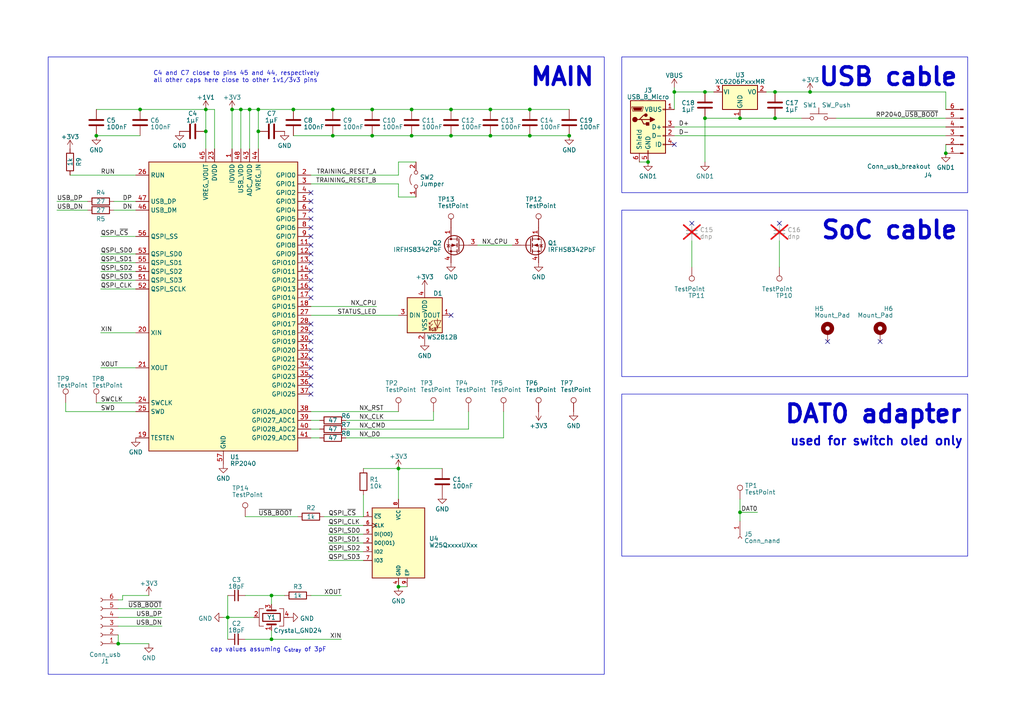
<source format=kicad_sch>
(kicad_sch (version 20230121) (generator eeschema)
  (paper "A4")
  (lib_symbols
    (symbol "Connector:Conn_01x01_Socket" (pin_names (offset 1.016) hide)
      (property "Reference" "J" (at 0 2.54 0))
      (property "Value" "Conn_01x01_Socket" (at 0 -2.54 0))
      (symbol "Conn_01x01_Socket_1_1"
        (pin passive line (at -5.08 0 0) (length 3.81) (name "Pin_1") (number "1"))
      )
    )
    (symbol "Connector:Conn_01x06_Pin" (pin_names (offset 1.016) hide)
      (property "Reference" "J" (at 0 7.62 0))
      (property "Value" "Conn_01x06_Pin" (at 0 -10.16 0))
      (symbol "Conn_01x06_Pin_1_1"
        (pin passive line (at 5.08 5.08 180) (length 3.81) (name "Pin_1") (number "1"))
        (pin passive line (at 5.08 2.54 180) (length 3.81) (name "Pin_2") (number "2"))
        (pin passive line (at 5.08 0 180) (length 3.81) (name "Pin_3") (number "3"))
        (pin passive line (at 5.08 -2.54 180) (length 3.81) (name "Pin_4") (number "4"))
        (pin passive line (at 5.08 -5.08 180) (length 3.81) (name "Pin_5") (number "5"))
        (pin passive line (at 5.08 -7.62 180) (length 3.81) (name "Pin_6") (number "6"))
      )
    )
    (symbol "Connector:Conn_01x06_Socket" (pin_names (offset 1.016) hide)
      (property "Reference" "J" (at 0 7.62 0))
      (property "Value" "Conn_01x06_Socket" (at 0 -10.16 0))
      (symbol "Conn_01x06_Socket_1_1"
        (pin passive line (at -5.08 5.08 0) (length 3.81) (name "Pin_1") (number "1"))
        (pin passive line (at -5.08 2.54 0) (length 3.81) (name "Pin_2") (number "2"))
        (pin passive line (at -5.08 0 0) (length 3.81) (name "Pin_3") (number "3"))
        (pin passive line (at -5.08 -2.54 0) (length 3.81) (name "Pin_4") (number "4"))
        (pin passive line (at -5.08 -5.08 0) (length 3.81) (name "Pin_5") (number "5"))
        (pin passive line (at -5.08 -7.62 0) (length 3.81) (name "Pin_6") (number "6"))
      )
    )
    (symbol "Connector:TestPoint" (pin_numbers hide) (pin_names (offset 0.762) hide)
      (property "Reference" "TP" (at 0 6.858 0))
      (property "Value" "TestPoint" (at 0 5.08 0))
      (symbol "TestPoint_1_1"
        (pin passive line (at 0 0 90) (length 2.54) (name "1") (number "1"))
      )
    )
    (symbol "Connector:USB_B_Micro" (pin_names (offset 1.016))
      (property "Reference" "J" (at -5.08 11.43 0))
      (property "Value" "USB_B_Micro" (at -5.08 8.89 0))
      (symbol "USB_B_Micro_1_1"
        (pin power_out line (at 7.62 5.08 180) (length 2.54) (name "VBUS") (number "1"))
        (pin bidirectional line (at 7.62 -2.54 180) (length 2.54) (name "D-") (number "2"))
        (pin bidirectional line (at 7.62 0 180) (length 2.54) (name "D+") (number "3"))
        (pin passive line (at 7.62 -5.08 180) (length 2.54) (name "ID") (number "4"))
        (pin power_out line (at 0 -10.16 90) (length 2.54) (name "GND") (number "5"))
        (pin passive line (at -2.54 -10.16 90) (length 2.54) (name "Shield") (number "6"))
      )
    )
    (symbol "Device:C" (pin_numbers hide) (pin_names (offset 0.254))
      (property "Reference" "C" (at 0.635 2.54 0))
      (property "Value" "C" (at 0.635 -2.54 0))
      (symbol "C_1_1"
        (pin passive line (at 0 3.81 270) (length 2.794) (name "~") (number "1"))
        (pin passive line (at 0 -3.81 90) (length 2.794) (name "~") (number "2"))
      )
    )
    (symbol "Device:C_Small" (pin_numbers hide) (pin_names (offset 0.254) hide)
      (property "Reference" "C" (at 0.254 1.778 0))
      (property "Value" "C_Small" (at 0.254 -2.032 0))
      (symbol "C_Small_1_1"
        (pin passive line (at 0 2.54 270) (length 2.032) (name "~") (number "1"))
        (pin passive line (at 0 -2.54 90) (length 2.032) (name "~") (number "2"))
      )
    )
    (symbol "Device:Crystal_GND24" (pin_names (offset 1.016) hide)
      (property "Reference" "Y" (at 3.175 5.08 0))
      (property "Value" "Crystal_GND24" (at 3.175 3.175 0))
      (symbol "Crystal_GND24_1_1"
        (pin passive line (at -3.81 0 0) (length 1.27) (name "1") (number "1"))
        (pin passive line (at 0 5.08 270) (length 1.27) (name "2") (number "2"))
        (pin passive line (at 3.81 0 180) (length 1.27) (name "3") (number "3"))
        (pin passive line (at 0 -5.08 90) (length 1.27) (name "4") (number "4"))
      )
    )
    (symbol "Device:R" (pin_numbers hide) (pin_names (offset 0))
      (property "Reference" "R" (at 2.032 0 90))
      (property "Value" "R" (at 0 0 90))
      (symbol "R_1_1"
        (pin passive line (at 0 3.81 270) (length 1.27) (name "~") (number "1"))
        (pin passive line (at 0 -3.81 90) (length 1.27) (name "~") (number "2"))
      )
    )
    (symbol "Jumper:Jumper_2_Open" (pin_names (offset 0) hide)
      (property "Reference" "JP" (at 0 2.794 0))
      (property "Value" "Jumper_2_Open" (at 0 -2.286 0))
      (symbol "Jumper_2_Open_1_1"
        (pin passive line (at -5.08 0 0) (length 2.54) (name "A") (number "1"))
        (pin passive line (at 5.08 0 180) (length 2.54) (name "B") (number "2"))
      )
    )
    (symbol "MCU_RaspberryPi:RP2040"
      (property "Reference" "U" (at 17.78 45.72 0))
      (property "Value" "RP2040" (at 17.78 43.18 0))
      (symbol "RP2040_1_1"
        (pin power_in line (at 2.54 45.72 270) (length 3.81) (name "IOVDD") (number "1"))
        (pin passive line (at 2.54 45.72 270) (length 3.81) hide (name "IOVDD") (number "10"))
        (pin bidirectional line (at 25.4 17.78 180) (length 3.81) (name "GPIO8") (number "11"))
        (pin bidirectional line (at 25.4 15.24 180) (length 3.81) (name "GPIO9") (number "12"))
        (pin bidirectional line (at 25.4 12.7 180) (length 3.81) (name "GPIO10") (number "13"))
        (pin bidirectional line (at 25.4 10.16 180) (length 3.81) (name "GPIO11") (number "14"))
        (pin bidirectional line (at 25.4 7.62 180) (length 3.81) (name "GPIO12") (number "15"))
        (pin bidirectional line (at 25.4 5.08 180) (length 3.81) (name "GPIO13") (number "16"))
        (pin bidirectional line (at 25.4 2.54 180) (length 3.81) (name "GPIO14") (number "17"))
        (pin bidirectional line (at 25.4 0 180) (length 3.81) (name "GPIO15") (number "18"))
        (pin input line (at -25.4 -38.1 0) (length 3.81) (name "TESTEN") (number "19"))
        (pin bidirectional line (at 25.4 38.1 180) (length 3.81) (name "GPIO0") (number "2"))
        (pin input line (at -25.4 -7.62 0) (length 3.81) (name "XIN") (number "20"))
        (pin passive line (at -25.4 -17.78 0) (length 3.81) (name "XOUT") (number "21"))
        (pin passive line (at 2.54 45.72 270) (length 3.81) hide (name "IOVDD") (number "22"))
        (pin power_in line (at -2.54 45.72 270) (length 3.81) (name "DVDD") (number "23"))
        (pin input line (at -25.4 -27.94 0) (length 3.81) (name "SWCLK") (number "24"))
        (pin bidirectional line (at -25.4 -30.48 0) (length 3.81) (name "SWD") (number "25"))
        (pin input line (at -25.4 38.1 0) (length 3.81) (name "RUN") (number "26"))
        (pin bidirectional line (at 25.4 -2.54 180) (length 3.81) (name "GPIO16") (number "27"))
        (pin bidirectional line (at 25.4 -5.08 180) (length 3.81) (name "GPIO17") (number "28"))
        (pin bidirectional line (at 25.4 -7.62 180) (length 3.81) (name "GPIO18") (number "29"))
        (pin bidirectional line (at 25.4 35.56 180) (length 3.81) (name "GPIO1") (number "3"))
        (pin bidirectional line (at 25.4 -10.16 180) (length 3.81) (name "GPIO19") (number "30"))
        (pin bidirectional line (at 25.4 -12.7 180) (length 3.81) (name "GPIO20") (number "31"))
        (pin bidirectional line (at 25.4 -15.24 180) (length 3.81) (name "GPIO21") (number "32"))
        (pin passive line (at 2.54 45.72 270) (length 3.81) hide (name "IOVDD") (number "33"))
        (pin bidirectional line (at 25.4 -17.78 180) (length 3.81) (name "GPIO22") (number "34"))
        (pin bidirectional line (at 25.4 -20.32 180) (length 3.81) (name "GPIO23") (number "35"))
        (pin bidirectional line (at 25.4 -22.86 180) (length 3.81) (name "GPIO24") (number "36"))
        (pin bidirectional line (at 25.4 -25.4 180) (length 3.81) (name "GPIO25") (number "37"))
        (pin bidirectional line (at 25.4 -30.48 180) (length 3.81) (name "GPIO26_ADC0") (number "38"))
        (pin bidirectional line (at 25.4 -33.02 180) (length 3.81) (name "GPIO27_ADC1") (number "39"))
        (pin bidirectional line (at 25.4 33.02 180) (length 3.81) (name "GPIO2") (number "4"))
        (pin bidirectional line (at 25.4 -35.56 180) (length 3.81) (name "GPIO28_ADC2") (number "40"))
        (pin bidirectional line (at 25.4 -38.1 180) (length 3.81) (name "GPIO29_ADC3") (number "41"))
        (pin passive line (at 2.54 45.72 270) (length 3.81) hide (name "IOVDD") (number "42"))
        (pin power_in line (at 7.62 45.72 270) (length 3.81) (name "ADC_AVDD") (number "43"))
        (pin power_in line (at 10.16 45.72 270) (length 3.81) (name "VREG_IN") (number "44"))
        (pin power_out line (at -5.08 45.72 270) (length 3.81) (name "VREG_VOUT") (number "45"))
        (pin bidirectional line (at -25.4 27.94 0) (length 3.81) (name "USB_DM") (number "46"))
        (pin bidirectional line (at -25.4 30.48 0) (length 3.81) (name "USB_DP") (number "47"))
        (pin power_in line (at 5.08 45.72 270) (length 3.81) (name "USB_VDD") (number "48"))
        (pin passive line (at 2.54 45.72 270) (length 3.81) hide (name "IOVDD") (number "49"))
        (pin bidirectional line (at 25.4 30.48 180) (length 3.81) (name "GPIO3") (number "5"))
        (pin passive line (at -2.54 45.72 270) (length 3.81) hide (name "DVDD") (number "50"))
        (pin bidirectional line (at -25.4 7.62 0) (length 3.81) (name "QSPI_SD3") (number "51"))
        (pin output line (at -25.4 5.08 0) (length 3.81) (name "QSPI_SCLK") (number "52"))
        (pin bidirectional line (at -25.4 15.24 0) (length 3.81) (name "QSPI_SD0") (number "53"))
        (pin bidirectional line (at -25.4 10.16 0) (length 3.81) (name "QSPI_SD2") (number "54"))
        (pin bidirectional line (at -25.4 12.7 0) (length 3.81) (name "QSPI_SD1") (number "55"))
        (pin bidirectional line (at -25.4 20.32 0) (length 3.81) (name "QSPI_SS") (number "56"))
        (pin power_in line (at 0 -45.72 90) (length 3.81) (name "GND") (number "57"))
        (pin bidirectional line (at 25.4 27.94 180) (length 3.81) (name "GPIO4") (number "6"))
        (pin bidirectional line (at 25.4 25.4 180) (length 3.81) (name "GPIO5") (number "7"))
        (pin bidirectional line (at 25.4 22.86 180) (length 3.81) (name "GPIO6") (number "8"))
        (pin bidirectional line (at 25.4 20.32 180) (length 3.81) (name "GPIO7") (number "9"))
      )
    )
    (symbol "Mechanical:MountingHole_Pad" (pin_numbers hide) (pin_names (offset 1.016) hide)
      (property "Reference" "H" (at 0 6.35 0))
      (property "Value" "MountingHole_Pad" (at 0 4.445 0))
      (symbol "MountingHole_Pad_1_1"
        (pin input line (at 0 -2.54 90) (length 2.54) (name "1") (number "1"))
      )
    )
    (symbol "Regulator_Linear:XC6206PxxxMR" (pin_names (offset 0.254))
      (property "Reference" "U" (at -3.81 3.175 0))
      (property "Value" "XC6206PxxxMR" (at 0 3.175 0))
      (symbol "XC6206PxxxMR_1_1"
        (pin power_in line (at 0 -7.62 90) (length 2.54) (name "GND") (number "1"))
        (pin power_out line (at 7.62 0 180) (length 2.54) (name "VO") (number "2"))
        (pin power_in line (at -7.62 0 0) (length 2.54) (name "VI") (number "3"))
      )
    )
    (symbol "Switch:SW_Push" (pin_numbers hide) (pin_names (offset 1.016) hide)
      (property "Reference" "SW" (at 1.27 2.54 0))
      (property "Value" "SW_Push" (at 0 -1.524 0))
      (symbol "SW_Push_0_1"
        (pin passive line (at -5.08 0 0) (length 2.54) (name "1") (number "1"))
        (pin passive line (at 5.08 0 180) (length 2.54) (name "2") (number "2"))
      )
    )
    (symbol "flexifly:IRFHS8342PbF"
      (property "Reference" "Q" (at 3.81 5.08 0))
      (property "Value" "IRFHS8342PbF" (at 10.16 2.54 0))
      (symbol "IRFHS8342PbF_1_1"
        (pin passive line (at 1.27 5.08 270) (length 2.54) (name "") (number "1"))
        (pin passive line (at 1.27 5.08 270) (length 2.54) hide (name "") (number "2"))
        (pin passive line (at -6.35 0 0) (length 2.54) (name "") (number "3"))
        (pin passive line (at 1.27 -5.08 90) (length 2.54) (name "") (number "4"))
        (pin passive line (at 1.27 5.08 270) (length 2.54) hide (name "") (number "5"))
        (pin passive line (at 1.27 5.08 270) (length 2.54) hide (name "") (number "6"))
        (pin passive line (at 1.27 -5.08 90) (length 2.54) hide (name "") (number "7"))
        (pin passive line (at 1.27 5.08 270) (length 2.54) hide (name "") (number "8"))
      )
    )
    (symbol "flexifly:W25QxxxxUXxx"
      (property "Reference" "U" (at -6.35 11.43 0))
      (property "Value" "W25QxxxxUXxx" (at -8.89 -11.43 0))
      (symbol "W25QxxxxUXxx_0_0"
        (pin input line (at -10.16 7.62 0) (length 2.54) (name "~{CS}") (number "1"))
        (pin bidirectional line (at -10.16 0 0) (length 2.54) (name "DO(IO1)") (number "2"))
        (pin bidirectional line (at -10.16 -2.54 0) (length 2.54) (name "IO2") (number "3"))
        (pin power_in line (at 0 -12.7 90) (length 2.54) (name "GND") (number "4"))
        (pin bidirectional line (at -10.16 2.54 0) (length 2.54) (name "DI(IO0)") (number "5"))
        (pin input clock (at -10.16 5.08 0) (length 2.54) (name "CLK") (number "6"))
        (pin bidirectional line (at -10.16 -5.08 0) (length 2.54) (name "IO3") (number "7"))
      )
      (symbol "W25QxxxxUXxx_1_0"
        (pin power_in line (at 0 12.7 270) (length 2.54) (name "VCC") (number "8"))
        (pin power_in line (at 2.54 -12.7 90) (length 2.54) (name "EP") (number "9"))
      )
    )
    (symbol "flexifly:WS2812B-2020"
      (property "Reference" "U" (at 3.81 6.35 0))
      (property "Value" "WS2812B-2020" (at 0 0 0))
      (symbol "WS2812B-2020_0_0"
        (text "RGB" (at 2.286 -4.191 0) (effects (font (size 0.762 0.762))))
      )
      (symbol "WS2812B-2020_1_1"
        (pin output line (at 7.62 0 180) (length 2.54) (name "DOUT") (number "1"))
        (pin power_in line (at 0 -7.62 90) (length 2.54) (name "VSS") (number "2"))
        (pin input line (at -7.62 0 0) (length 2.54) (name "DIN") (number "3"))
        (pin power_in line (at 0 7.62 270) (length 2.54) (name "VDD") (number "4"))
      )
    )
    (symbol "power:+1V1" (power) (pin_names (offset 0))
      (property "Value" "+1V1" (at 0 3.556 0))
      (symbol "+1V1_1_1"
        (pin power_in line (at 0 0 90) (length 0) hide (name "+1V1") (number "1"))
      )
    )
    (symbol "power:+3V3" (power) (pin_names (offset 0))
      (property "Value" "+3V3" (at 0 3.556 0))
      (symbol "+3V3_1_1"
        (pin power_in line (at 0 0 90) (length 0) hide (name "+3V3") (number "1"))
      )
    )
    (symbol "power:GND" (power) (pin_names (offset 0))
      (property "Value" "GND" (at 0 -3.81 0))
      (symbol "GND_1_1"
        (pin power_in line (at 0 0 270) (length 0) hide (name "GND") (number "1"))
      )
    )
    (symbol "power:GND1" (power) (pin_names (offset 0))
      (property "Value" "GND1" (at 0 -3.81 0))
      (symbol "GND1_1_1"
        (pin power_in line (at 0 0 270) (length 0) hide (name "GND1") (number "1"))
      )
    )
    (symbol "power:VBUS" (power) (pin_names (offset 0))
      (property "Value" "VBUS" (at 0 3.81 0))
      (symbol "VBUS_1_1"
        (pin power_in line (at 0 0 90) (length 0) hide (name "VBUS") (number "1"))
      )
    )
  )
  (junction (at 27.94 39.37))
  (junction (at 85.09 31.75))
  (junction (at 214.63 34.29))
  (junction (at 214.63 148.59))
  (junction (at 74.93 31.75))
  (junction (at 204.47 34.29))
  (junction (at 34.29 186.69))
  (junction (at 59.69 38.1))
  (junction (at 224.79 34.29))
  (junction (at 96.52 31.75))
  (junction (at 234.95 26.67))
  (junction (at 66.04 179.07))
  (junction (at 119.38 39.37))
  (junction (at 130.81 31.75))
  (junction (at 72.39 31.75))
  (junction (at 96.52 39.37))
  (junction (at 165.1 39.37))
  (junction (at 142.24 31.75))
  (junction (at 204.47 26.67))
  (junction (at 187.96 46.99))
  (junction (at 78.74 185.42))
  (junction (at 153.67 39.37))
  (junction (at 119.38 31.75))
  (junction (at 195.58 26.67))
  (junction (at 69.85 31.75))
  (junction (at 67.31 31.75))
  (junction (at 107.95 31.75))
  (junction (at 224.79 26.67))
  (junction (at 142.24 39.37))
  (junction (at 78.74 172.72))
  (junction (at 59.69 31.75))
  (junction (at 130.81 39.37))
  (junction (at 115.57 135.89))
  (junction (at 40.64 31.75))
  (junction (at 115.57 170.18))
  (junction (at 274.32 44.45))
  (junction (at 74.93 38.1))
  (junction (at 153.67 31.75))
  (junction (at 107.95 39.37))
  (no_connect (at 90.17 71.12))
  (no_connect (at 90.17 60.96))
  (no_connect (at 90.17 99.06))
  (no_connect (at 90.17 68.58))
  (no_connect (at 90.17 114.3))
  (no_connect (at 195.58 41.91))
  (no_connect (at 90.17 109.22))
  (no_connect (at 90.17 63.5))
  (no_connect (at 90.17 104.14))
  (no_connect (at 90.17 93.98))
  (no_connect (at 90.17 55.88))
  (no_connect (at 90.17 106.68))
  (no_connect (at 90.17 111.76))
  (no_connect (at 90.17 83.82))
  (no_connect (at 90.17 73.66))
  (no_connect (at 255.27 99.06))
  (no_connect (at 90.17 96.52))
  (no_connect (at 90.17 86.36))
  (no_connect (at 90.17 76.2))
  (no_connect (at 240.03 99.06))
  (no_connect (at 90.17 81.28))
  (no_connect (at 226.06 64.77))
  (no_connect (at 130.81 91.44))
  (no_connect (at 90.17 78.74))
  (no_connect (at 90.17 66.04))
  (no_connect (at 90.17 58.42))
  (no_connect (at 200.66 64.77))
  (no_connect (at 90.17 101.6))
  (wire (pts (xy 115.57 57.15) (xy 120.65 57.15)))
  (wire (pts (xy 224.79 26.67) (xy 234.95 26.67)))
  (wire (pts (xy 242.57 34.29) (xy 274.32 34.29)))
  (wire (pts (xy 71.12 149.86) (xy 86.36 149.86)))
  (wire (pts (xy 195.58 36.83) (xy 274.32 36.83)))
  (wire (pts (xy 138.43 71.12) (xy 148.59 71.12)))
  (wire (pts (xy 224.79 34.29) (xy 232.41 34.29)))
  (wire (pts (xy 78.74 182.88) (xy 78.74 185.42)))
  (wire (pts (xy 72.39 31.75) (xy 72.39 43.18)))
  (wire (pts (xy 95.25 152.4) (xy 105.41 152.4)))
  (wire (pts (xy 71.12 172.72) (xy 78.74 172.72)))
  (wire (pts (xy 33.02 60.96) (xy 39.37 60.96)))
  (wire (pts (xy 100.33 124.46) (xy 135.89 124.46)))
  (wire (pts (xy 66.04 179.07) (xy 73.66 179.07)))
  (wire (pts (xy 195.58 39.37) (xy 274.32 39.37)))
  (wire (pts (xy 214.63 148.59) (xy 214.63 151.13)))
  (wire (pts (xy 130.81 31.75) (xy 142.24 31.75)))
  (wire (pts (xy 29.21 106.68) (xy 39.37 106.68)))
  (wire (pts (xy 115.57 53.34) (xy 115.57 57.15)))
  (wire (pts (xy 78.74 172.72) (xy 78.74 175.26)))
  (wire (pts (xy 34.29 186.69) (xy 43.18 186.69)))
  (wire (pts (xy 95.25 157.48) (xy 105.41 157.48)))
  (wire (pts (xy 66.04 179.07) (xy 66.04 185.42)))
  (wire (pts (xy 95.25 162.56) (xy 105.41 162.56)))
  (wire (pts (xy 20.32 50.8) (xy 39.37 50.8)))
  (wire (pts (xy 93.98 149.86) (xy 105.41 149.86)))
  (wire (pts (xy 100.33 127) (xy 146.05 127)))
  (wire (pts (xy 153.67 39.37) (xy 165.1 39.37)))
  (wire (pts (xy 66.04 172.72) (xy 66.04 179.07)))
  (wire (pts (xy 119.38 39.37) (xy 130.81 39.37)))
  (wire (pts (xy 16.51 58.42) (xy 25.4 58.42)))
  (wire (pts (xy 35.56 172.72) (xy 43.18 172.72)))
  (wire (pts (xy 27.94 31.75) (xy 40.64 31.75)))
  (wire (pts (xy 226.06 69.85) (xy 226.06 77.47)))
  (wire (pts (xy 120.65 46.99) (xy 115.57 46.99)))
  (wire (pts (xy 96.52 39.37) (xy 107.95 39.37)))
  (wire (pts (xy 95.25 154.94) (xy 105.41 154.94)))
  (wire (pts (xy 74.93 38.1) (xy 74.93 43.18)))
  (wire (pts (xy 130.81 39.37) (xy 142.24 39.37)))
  (wire (pts (xy 16.51 60.96) (xy 25.4 60.96)))
  (wire (pts (xy 29.21 73.66) (xy 39.37 73.66)))
  (wire (pts (xy 74.93 31.75) (xy 85.09 31.75)))
  (wire (pts (xy 119.38 31.75) (xy 130.81 31.75)))
  (wire (pts (xy 29.21 83.82) (xy 39.37 83.82)))
  (wire (pts (xy 214.63 34.29) (xy 224.79 34.29)))
  (wire (pts (xy 29.21 78.74) (xy 39.37 78.74)))
  (wire (pts (xy 234.95 26.67) (xy 274.32 26.67)))
  (wire (pts (xy 62.23 31.75) (xy 62.23 43.18)))
  (wire (pts (xy 64.77 179.07) (xy 66.04 179.07)))
  (wire (pts (xy 204.47 34.29) (xy 204.47 46.99)))
  (wire (pts (xy 46.99 181.61) (xy 34.29 181.61)))
  (wire (pts (xy 90.17 53.34) (xy 115.57 53.34)))
  (wire (pts (xy 35.56 173.99) (xy 34.29 173.99)))
  (wire (pts (xy 95.25 160.02) (xy 105.41 160.02)))
  (wire (pts (xy 142.24 39.37) (xy 153.67 39.37)))
  (wire (pts (xy 107.95 39.37) (xy 119.38 39.37)))
  (wire (pts (xy 59.69 43.18) (xy 59.69 38.1)))
  (wire (pts (xy 90.17 119.38) (xy 115.57 119.38)))
  (wire (pts (xy 78.74 172.72) (xy 82.55 172.72)))
  (wire (pts (xy 29.21 76.2) (xy 39.37 76.2)))
  (wire (pts (xy 115.57 46.99) (xy 115.57 50.8)))
  (wire (pts (xy 214.63 148.59) (xy 219.71 148.59)))
  (wire (pts (xy 74.93 31.75) (xy 74.93 38.1)))
  (wire (pts (xy 96.52 31.75) (xy 107.95 31.75)))
  (wire (pts (xy 135.89 119.38) (xy 135.89 124.46)))
  (wire (pts (xy 115.57 135.89) (xy 115.57 144.78)))
  (wire (pts (xy 195.58 26.67) (xy 195.58 31.75)))
  (wire (pts (xy 85.09 31.75) (xy 96.52 31.75)))
  (wire (pts (xy 34.29 184.15) (xy 34.29 186.69)))
  (wire (pts (xy 29.21 96.52) (xy 39.37 96.52)))
  (wire (pts (xy 67.31 31.75) (xy 69.85 31.75)))
  (wire (pts (xy 78.74 185.42) (xy 99.06 185.42)))
  (wire (pts (xy 274.32 31.75) (xy 274.32 26.67)))
  (wire (pts (xy 59.69 31.75) (xy 59.69 38.1)))
  (wire (pts (xy 90.17 127) (xy 92.71 127)))
  (wire (pts (xy 214.63 144.78) (xy 214.63 148.59)))
  (wire (pts (xy 200.66 69.85) (xy 200.66 77.47)))
  (wire (pts (xy 67.31 31.75) (xy 67.31 43.18)))
  (wire (pts (xy 125.73 119.38) (xy 125.73 121.92)))
  (wire (pts (xy 142.24 31.75) (xy 153.67 31.75)))
  (wire (pts (xy 274.32 41.91) (xy 274.32 44.45)))
  (wire (pts (xy 195.58 25.4) (xy 195.58 26.67)))
  (wire (pts (xy 90.17 121.92) (xy 92.71 121.92)))
  (wire (pts (xy 69.85 31.75) (xy 69.85 43.18)))
  (wire (pts (xy 35.56 172.72) (xy 35.56 173.99)))
  (wire (pts (xy 90.17 91.44) (xy 115.57 91.44)))
  (wire (pts (xy 115.57 170.18) (xy 118.11 170.18)))
  (wire (pts (xy 105.41 135.89) (xy 115.57 135.89)))
  (wire (pts (xy 204.47 34.29) (xy 214.63 34.29)))
  (wire (pts (xy 153.67 31.75) (xy 165.1 31.75)))
  (wire (pts (xy 69.85 31.75) (xy 72.39 31.75)))
  (wire (pts (xy 100.33 121.92) (xy 125.73 121.92)))
  (wire (pts (xy 85.09 39.37) (xy 96.52 39.37)))
  (wire (pts (xy 29.21 81.28) (xy 39.37 81.28)))
  (wire (pts (xy 19.05 119.38) (xy 19.05 116.84)))
  (wire (pts (xy 107.95 31.75) (xy 119.38 31.75)))
  (wire (pts (xy 33.02 58.42) (xy 39.37 58.42)))
  (wire (pts (xy 185.42 46.99) (xy 187.96 46.99)))
  (wire (pts (xy 27.94 116.84) (xy 39.37 116.84)))
  (wire (pts (xy 90.17 88.9) (xy 109.22 88.9)))
  (wire (pts (xy 29.21 68.58) (xy 39.37 68.58)))
  (wire (pts (xy 40.64 31.75) (xy 59.69 31.75)))
  (wire (pts (xy 90.17 172.72) (xy 99.06 172.72)))
  (wire (pts (xy 46.99 179.07) (xy 34.29 179.07)))
  (wire (pts (xy 72.39 31.75) (xy 74.93 31.75)))
  (wire (pts (xy 78.74 185.42) (xy 71.12 185.42)))
  (wire (pts (xy 146.05 119.38) (xy 146.05 127)))
  (wire (pts (xy 222.25 26.67) (xy 224.79 26.67)))
  (wire (pts (xy 90.17 124.46) (xy 92.71 124.46)))
  (wire (pts (xy 19.05 119.38) (xy 39.37 119.38)))
  (wire (pts (xy 27.94 39.37) (xy 40.64 39.37)))
  (wire (pts (xy 204.47 26.67) (xy 207.01 26.67)))
  (wire (pts (xy 115.57 135.89) (xy 128.27 135.89)))
  (wire (pts (xy 105.41 143.51) (xy 105.41 149.86)))
  (wire (pts (xy 59.69 31.75) (xy 62.23 31.75)))
  (wire (pts (xy 195.58 26.67) (xy 204.47 26.67)))
  (wire (pts (xy 90.17 50.8) (xy 115.57 50.8)))
  (wire (pts (xy 34.29 176.53) (xy 46.99 176.53)))
  (rectangle (start 180.34 114.3) (end 280.67 161.29))
  (rectangle (start 180.34 16.51) (end 280.67 55.88))
  (rectangle (start 180.34 60.96) (end 280.67 109.22))
  (rectangle (start 13.97 16.51) (end 175.26 195.58))
  (text "DAT0 adapter" (at 279.4 123.19 0) (effects (font (size 5.08 5.08) (thickness 1.016) bold) (justify right bottom)))
  (text "C4 and C7 close to pins 45 and 44, respectively\nall other caps here close to other 1v1/3v3 pins" (at 44.45 24.13 0) (effects (font (size 1.27 1.27)) (justify left bottom)))
  (text "MAIN" (at 172.72 25.4 0) (effects (font (size 5.08 5.08) (thickness 1.016) bold) (justify right bottom)))
  (text "SoC cable" (at 278.13 69.85 0) (effects (font (size 5.08 5.08) (thickness 1.016) bold) (justify right bottom)))
  (text "cap values assuming C_{stray} of 3pF" (at 60.96 189.23 0) (effects (font (size 1.27 1.27)) (justify left bottom)))
  (text "USB cable" (at 278.13 25.4 0) (effects (font (size 5.08 5.08) (thickness 1.016) bold) (justify right bottom)))
  (text "used for switch oled only" (at 279.4 129.54 0) (effects (font (size 2.54 2.54) (thickness 0.508) bold) (justify right bottom)))
  (label "USB_DP" (at 46.99 179.07 180))
  (label "QSPI_SD0" (at 95.25 154.94 0))
  (label "NX_D0" (at 104.14 127 0))
  (label "QSPI_SD1" (at 29.21 76.2 0))
  (label "XIN" (at 99.06 185.42 180))
  (label "RUN" (at 29.21 50.8 0))
  (label "STATUS_LED" (at 109.22 91.44 180))
  (label "USB_DN" (at 46.99 181.61 180))
  (label "USB_DN" (at 16.51 60.96 0))
  (label "QSPI_CLK" (at 95.25 152.4 0))
  (label "SWCLK" (at 29.21 116.84 0))
  (label "D-" (at 196.85 39.37 0))
  (label "DP" (at 35.56 58.42 0))
  (label "~{USB_BOOT}" (at 46.99 176.53 180))
  (label "D+" (at 196.85 36.83 0))
  (label "NX_CPU" (at 109.22 88.9 180))
  (label "QSPI_SD3" (at 29.21 81.28 0))
  (label "QSPI_SD2" (at 95.25 160.02 0))
  (label "DAT0" (at 219.71 148.59 180))
  (label "~{USB_BOOT}" (at 74.93 149.86 0))
  (label "NX_CMD" (at 104.14 124.46 0))
  (label "DN" (at 35.56 60.96 0))
  (label "QSPI_~{CS}" (at 95.25 149.86 0))
  (label "NX_RST" (at 104.14 119.38 0))
  (label "QSPI_SD2" (at 29.21 78.74 0))
  (label "NX_CLK" (at 104.14 121.92 0))
  (label "USB_DP" (at 16.51 58.42 0))
  (label "TRAINING_RESET_A" (at 109.22 50.8 180))
  (label "RP2040_~{USB_BOOT}" (at 254 34.29 0))
  (label "NX_CPU" (at 147.32 71.12 180))
  (label "XOUT" (at 99.06 172.72 180))
  (label "QSPI_SD0" (at 29.21 73.66 0))
  (label "QSPI_~{CS}" (at 29.21 68.58 0))
  (label "SWD" (at 29.21 119.38 0))
  (label "QSPI_SD3" (at 95.25 162.56 0))
  (label "XOUT" (at 29.21 106.68 0))
  (label "TRAINING_RESET_B" (at 109.22 53.34 180))
  (label "QSPI_CLK" (at 29.21 83.82 0))
  (label "QSPI_SD1" (at 95.25 157.48 0))
  (label "XIN" (at 29.21 96.52 0))
  (symbol (lib_id "Device:R") (at 90.17 149.86 90) (unit 1)
    (property "Reference" "R2" (at 90.17 147.32 90))
    (property "Value" "1k" (at 90.17 149.86 90))
    (property "Footprint" "Resistor_SMD:R_0402_1005Metric_Pad0.72x0.64mm_HandSolder" (effects hide))
    (property "LCSC" "C25543" (effects hide))
  )
  (symbol (lib_id "Device:R") (at 29.21 60.96 270) (unit 1)
    (property "Reference" "R5" (at 29.21 63.5 90))
    (property "Value" "27" (at 29.21 60.96 90))
    (property "Footprint" "Resistor_SMD:R_0402_1005Metric_Pad0.72x0.64mm_HandSolder" (effects hide))
    (property "LCSC" "C25100" (effects hide))
  )
  (symbol (lib_id "Device:R") (at 20.32 46.99 0) (unit 1)
    (property "Reference" "R9" (at 22.86 46.99 90))
    (property "Value" "1k" (at 20.32 46.99 90))
    (property "Footprint" "Resistor_SMD:R_0402_1005Metric_Pad0.72x0.64mm_HandSolder" (effects hide))
    (property "LCSC" "C25543" (effects hide))
  )
  (symbol (lib_id "Device:C") (at 85.09 35.56 180) (unit 1)
    (property "Reference" "C8" (at 88.011 34.9163 0) (effects (justify right)))
    (property "Value" "100nF" (at 88.011 36.8373 0) (effects (justify right)))
    (property "Footprint" "Capacitor_SMD:C_0402_1005Metric_Pad0.74x0.62mm_HandSolder" (effects hide))
    (property "LCSC" "C1525" (effects hide))
  )
  (symbol (lib_id "Connector:TestPoint") (at 115.57 119.38 0) (unit 1) (in_bom no)
    (property "Reference" "TP2" (at 111.76 111.109 0) (effects (justify left)))
    (property "Value" "TestPoint" (at 111.76 113.03 0) (effects (justify left)))
    (property "Footprint" "TestPoint:TestPoint_Pad_1.0x1.0mm" (effects hide))
  )
  (symbol (lib_id "Device:C") (at 55.88 38.1 90) (unit 1)
    (property "Reference" "C4" (at 55.88 32.9311 90))
    (property "Value" "1µF" (at 55.88 34.8521 90))
    (property "Footprint" "Capacitor_SMD:C_0402_1005Metric_Pad0.74x0.62mm_HandSolder" (effects hide))
    (property "LCSC" "C14445" (effects hide))
  )
  (symbol (lib_id "power:GND1") (at 204.47 46.99 0) (unit 1)
    (property "Reference" "#PWR020" (effects hide))
    (property "Value" "GND1" (at 204.47 51.1255 0))
  )
  (symbol (lib_id "Connector:USB_B_Micro") (at 187.96 36.83 0) (unit 1)
    (property "Reference" "J3" (at 187.96 26.2001 0))
    (property "Value" "USB_B_Micro" (at 187.96 28.1211 0))
    (property "Footprint" "Connector_USB:USB_Micro-B_Amphenol_10103594-0001LF_Horizontal" (effects hide))
    (property "LCSC" "C428495" (effects hide))
  )
  (symbol (lib_id "power:GND") (at 39.37 127 0) (unit 1)
    (property "Reference" "#PWR05" (effects hide))
    (property "Value" "GND" (at 39.37 131.1355 0))
  )
  (symbol (lib_id "Connector:Conn_01x06_Pin") (at 279.4 39.37 180) (unit 1) (in_bom no)
    (property "Reference" "J4" (at 267.97 50.8 0) (effects (justify right)))
    (property "Value" "Conn_usb_breakout" (at 251.46 48.26 0) (effects (justify right)))
    (property "Footprint" "flexifly:FPC_1x06_P0.50mm" (effects hide))
  )
  (symbol (lib_id "power:GND") (at 130.81 76.2 0) (unit 1)
    (property "Reference" "#PWR011" (effects hide))
    (property "Value" "GND" (at 130.81 80.3355 0))
  )
  (symbol (lib_id "Device:R") (at 29.21 58.42 90) (unit 1)
    (property "Reference" "R4" (at 29.21 55.88 90))
    (property "Value" "27" (at 29.21 58.42 90))
    (property "Footprint" "Resistor_SMD:R_0402_1005Metric_Pad0.72x0.64mm_HandSolder" (effects hide))
    (property "LCSC" "C25100" (effects hide))
  )
  (symbol (lib_id "power:GND") (at 166.37 119.38 0) (unit 1)
    (property "Reference" "#PWR029" (effects hide))
    (property "Value" "GND" (at 166.37 123.5155 0))
  )
  (symbol (lib_id "Device:C") (at 130.81 35.56 180) (unit 1)
    (property "Reference" "C12" (at 133.731 34.9163 0) (effects (justify right)))
    (property "Value" "100nF" (at 133.731 36.8373 0) (effects (justify right)))
    (property "Footprint" "Capacitor_SMD:C_0402_1005Metric_Pad0.74x0.62mm_HandSolder" (effects hide))
    (property "LCSC" "C1525" (effects hide))
  )
  (symbol (lib_id "Connector:Conn_01x06_Socket") (at 29.21 181.61 180) (unit 1)
    (property "Reference" "J1" (at 30.48 191.77 0))
    (property "Value" "Conn_usb" (at 30.48 189.849 0))
    (property "Footprint" "flexifly:HCTL_HC-FPC-05-09-6RLTAG_1x06-1MP_P0.50mm_Horizontal" (effects hide))
    (property "LCSC" "C5213748" (effects hide))
  )
  (symbol (lib_id "Device:Crystal_GND24") (at 78.74 179.07 90) (unit 1)
    (property "Reference" "Y1" (at 78.74 179.07 90))
    (property "Value" "Crystal_GND24" (at 86.36 182.88 90))
    (property "Footprint" "Crystal:Crystal_SMD_2520-4Pin_2.5x2.0mm" (effects hide))
    (property "LCSC" "C2901718" (effects hide))
  )
  (symbol (lib_id "Connector:TestPoint") (at 130.81 66.04 0) (unit 1) (in_bom no)
    (property "Reference" "TP13" (at 127 57.769 0) (effects (justify left)))
    (property "Value" "TestPoint" (at 127 59.69 0) (effects (justify left)))
    (property "Footprint" "TestPoint:TestPoint_Pad_1.0x1.0mm" (effects hide))
  )
  (symbol (lib_id "Device:R") (at 86.36 172.72 90) (unit 1)
    (property "Reference" "R3" (at 86.36 170.18 90))
    (property "Value" "1k" (at 86.36 172.72 90))
    (property "Footprint" "Resistor_SMD:R_0402_1005Metric_Pad0.72x0.64mm_HandSolder" (effects hide))
    (property "LCSC" "C25543" (effects hide))
  )
  (symbol (lib_id "Device:C") (at 142.24 35.56 180) (unit 1)
    (property "Reference" "C13" (at 145.161 34.9163 0) (effects (justify right)))
    (property "Value" "100nF" (at 145.161 36.8373 0) (effects (justify right)))
    (property "Footprint" "Capacitor_SMD:C_0402_1005Metric_Pad0.74x0.62mm_HandSolder" (effects hide))
    (property "LCSC" "C1525" (effects hide))
  )
  (symbol (lib_id "Connector:TestPoint") (at 214.63 144.78 0) (unit 1) (in_bom no)
    (property "Reference" "TP1" (at 216.027 140.8343 0) (effects (justify left)))
    (property "Value" "TestPoint" (at 216.027 142.7553 0) (effects (justify left)))
    (property "Footprint" "TestPoint:TestPoint_Pad_1.0x1.0mm" (effects hide))
  )
  (symbol (lib_id "power:GND") (at 83.82 179.07 90) (unit 1)
    (property "Reference" "#PWR07" (effects hide))
    (property "Value" "GND" (at 86.995 179.3868 90) (effects (justify right)))
  )
  (symbol (lib_id "power:+3V3") (at 234.95 26.67 0) (unit 1)
    (property "Reference" "#PWR031" (effects hide))
    (property "Value" "+3V3" (at 234.95 23.1681 0))
  )
  (symbol (lib_id "Connector:Conn_01x01_Socket") (at 214.63 156.21 270) (unit 1) (in_bom no)
    (property "Reference" "J5" (at 215.8492 154.9313 90) (effects (justify left)))
    (property "Value" "Conn_nand" (at 215.8492 156.8523 90) (effects (justify left)))
    (property "Footprint" "flexifly:Conn_BGA_shim_dat0" (effects hide))
  )
  (symbol (lib_id "Device:C") (at 96.52 35.56 180) (unit 1)
    (property "Reference" "C9" (at 99.441 34.9163 0) (effects (justify right)))
    (property "Value" "100nF" (at 99.441 36.8373 0) (effects (justify right)))
    (property "Footprint" "Capacitor_SMD:C_0402_1005Metric_Pad0.74x0.62mm_HandSolder" (effects hide))
    (property "LCSC" "C1525" (effects hide))
  )
  (symbol (lib_id "Connector:TestPoint") (at 156.21 66.04 0) (unit 1) (in_bom no)
    (property "Reference" "TP12" (at 152.4 57.769 0) (effects (justify left)))
    (property "Value" "TestPoint" (at 152.4 59.69 0) (effects (justify left)))
    (property "Footprint" "TestPoint:TestPoint_Pad_1.0x1.0mm" (effects hide))
  )
  (symbol (lib_id "power:+3V3") (at 123.19 83.82 0) (unit 1)
    (property "Reference" "#PWR017" (effects hide))
    (property "Value" "+3V3" (at 123.19 80.3181 0))
  )
  (symbol (lib_id "Device:C") (at 165.1 35.56 180) (unit 1)
    (property "Reference" "C19" (at 168.021 34.9163 0) (effects (justify right)))
    (property "Value" "100nF" (at 168.021 36.8373 0) (effects (justify right)))
    (property "Footprint" "Capacitor_SMD:C_0402_1005Metric_Pad0.74x0.62mm_HandSolder" (effects hide))
    (property "LCSC" "C1525" (effects hide))
  )
  (symbol (lib_id "Jumper:Jumper_2_Open") (at 120.65 52.07 90) (unit 1) (in_bom no)
    (property "Reference" "SW2" (at 121.793 51.4263 90) (effects (justify right)))
    (property "Value" "Jumper" (at 121.793 53.3473 90) (effects (justify right)))
    (property "Footprint" "Jumper:SolderJumper-2_P1.3mm_Open_RoundedPad1.0x1.5mm" (effects hide))
  )
  (symbol (lib_id "flexifly:W25QxxxxUXxx") (at 115.57 157.48 0) (unit 1)
    (property "Reference" "U4" (at 124.46 156.21 0) (effects (justify left)))
    (property "Value" "W25QxxxxUXxx" (at 124.46 158.131 0) (effects (justify left)))
    (property "Footprint" "flexifly:W25QxxxxUXxx" (effects hide))
    (property "LCSC" "C401672" (effects hide))
  )
  (symbol (lib_id "power:GND") (at 27.94 39.37 0) (unit 1)
    (property "Reference" "#PWR013" (effects hide))
    (property "Value" "GND" (at 27.94 43.5055 0))
  )
  (symbol (lib_id "power:VBUS") (at 195.58 25.4 0) (unit 1)
    (property "Reference" "#PWR021" (effects hide))
    (property "Value" "VBUS" (at 195.58 21.8981 0))
  )
  (symbol (lib_id "power:+3V3") (at 20.32 43.18 0) (unit 1)
    (property "Reference" "#PWR032" (effects hide))
    (property "Value" "+3V3" (at 20.32 39.6781 0))
  )
  (symbol (lib_id "Connector:TestPoint") (at 156.21 119.38 0) (unit 1) (in_bom no)
    (property "Reference" "TP6" (at 152.4 111.109 0) (effects (justify left)))
    (property "Value" "TestPoint" (at 152.4 113.03 0) (effects (justify left)))
    (property "Footprint" "TestPoint:TestPoint_Pad_1.0x1.0mm" (effects hide))
  )
  (symbol (lib_id "Connector:TestPoint") (at 125.73 119.38 0) (unit 1) (in_bom no)
    (property "Reference" "TP3" (at 121.92 111.109 0) (effects (justify left)))
    (property "Value" "TestPoint" (at 121.92 113.03 0) (effects (justify left)))
    (property "Footprint" "TestPoint:TestPoint_Pad_1.0x1.0mm" (effects hide))
  )
  (symbol (lib_id "Connector:TestPoint") (at 71.12 149.86 0) (unit 1) (in_bom no)
    (property "Reference" "TP14" (at 67.31 141.589 0) (effects (justify left)))
    (property "Value" "TestPoint" (at 67.31 143.51 0) (effects (justify left)))
    (property "Footprint" "TestPoint:TestPoint_Pad_1.0x1.0mm" (effects hide))
  )
  (symbol (lib_id "power:GND") (at 165.1 39.37 0) (unit 1)
    (property "Reference" "#PWR033" (effects hide))
    (property "Value" "GND" (at 165.1 43.5055 0))
  )
  (symbol (lib_id "Device:C") (at 107.95 35.56 180) (unit 1)
    (property "Reference" "C10" (at 110.871 34.9163 0) (effects (justify right)))
    (property "Value" "100nF" (at 110.871 36.8373 0) (effects (justify right)))
    (property "Footprint" "Capacitor_SMD:C_0402_1005Metric_Pad0.74x0.62mm_HandSolder" (effects hide))
    (property "LCSC" "C1525" (effects hide))
  )
  (symbol (lib_id "Mechanical:MountingHole_Pad") (at 240.03 96.52 0) (unit 1) (in_bom no)
    (property "Reference" "H5" (at 236.22 89.519 0) (effects (justify left)))
    (property "Value" "Mount_Pad" (at 236.22 91.44 0) (effects (justify left)))
    (property "Footprint" "TestPoint:TestPoint_Pad_2.0x2.0mm" (effects hide))
  )
  (symbol (lib_id "power:+1V1") (at 59.69 31.75 0) (unit 1)
    (property "Reference" "#PWR014" (effects hide))
    (property "Value" "+1V1" (at 59.69 28.2481 0))
  )
  (symbol (lib_id "Device:C") (at 27.94 35.56 180) (unit 1)
    (property "Reference" "C5" (at 30.861 34.9163 0) (effects (justify right)))
    (property "Value" "100nF" (at 30.861 36.8373 0) (effects (justify right)))
    (property "Footprint" "Capacitor_SMD:C_0402_1005Metric_Pad0.74x0.62mm_HandSolder" (effects hide))
    (property "LCSC" "C1525" (effects hide))
  )
  (symbol (lib_id "Device:R") (at 96.52 124.46 270) (unit 1)
    (property "Reference" "R7" (at 100.33 123.19 90))
    (property "Value" "47" (at 96.52 124.46 90))
    (property "Footprint" "Resistor_SMD:R_0402_1005Metric_Pad0.72x0.64mm_HandSolder" (effects hide))
    (property "LCSC" "C25118" (effects hide))
  )
  (symbol (lib_id "power:GND1") (at 187.96 46.99 0) (unit 1)
    (property "Reference" "#PWR019" (effects hide))
    (property "Value" "GND1" (at 187.96 51.1255 0))
  )
  (symbol (lib_id "power:GND") (at 123.19 99.06 0) (unit 1)
    (property "Reference" "#PWR018" (effects hide))
    (property "Value" "GND" (at 123.19 103.1955 0))
  )
  (symbol (lib_id "Connector:TestPoint") (at 166.37 119.38 0) (unit 1) (in_bom no)
    (property "Reference" "TP7" (at 162.56 111.109 0) (effects (justify left)))
    (property "Value" "TestPoint" (at 162.56 113.03 0) (effects (justify left)))
    (property "Footprint" "TestPoint:TestPoint_Pad_1.0x1.0mm" (effects hide))
  )
  (symbol (lib_id "power:GND") (at 64.77 134.62 0) (unit 1)
    (property "Reference" "#PWR01" (effects hide))
    (property "Value" "GND" (at 64.77 138.7555 0))
  )
  (symbol (lib_id "Device:C") (at 224.79 30.48 180) (unit 1)
    (property "Reference" "C17" (at 227.711 29.8363 0) (effects (justify right)))
    (property "Value" "1µF" (at 227.711 31.7573 0) (effects (justify right)))
    (property "Footprint" "Capacitor_SMD:C_0402_1005Metric_Pad0.74x0.62mm_HandSolder" (effects hide))
    (property "LCSC" "C14445" (effects hide))
  )
  (symbol (lib_id "Device:C") (at 128.27 139.7 0) (unit 1)
    (property "Reference" "C1" (at 131.191 139.0563 0) (effects (justify left)))
    (property "Value" "100nF" (at 131.191 140.9773 0) (effects (justify left)))
    (property "Footprint" "Capacitor_SMD:C_0402_1005Metric_Pad0.74x0.62mm_HandSolder" (effects hide))
    (property "LCSC" "C1525" (effects hide))
  )
  (symbol (lib_id "Device:C_Small") (at 200.66 67.31 180) (unit 1) (in_bom no) (dnp yes)
    (property "Reference" "C15" (at 202.9841 66.6599 0) (effects (justify right)))
    (property "Value" "dnp" (at 202.9841 68.5809 0) (effects (justify right)))
    (property "Footprint" "flexifly:APU_package_cap_conn" (effects hide))
  )
  (symbol (lib_id "Device:C") (at 119.38 35.56 180) (unit 1)
    (property "Reference" "C11" (at 122.301 34.9163 0) (effects (justify right)))
    (property "Value" "100nF" (at 122.301 36.8373 0) (effects (justify right)))
    (property "Footprint" "Capacitor_SMD:C_0402_1005Metric_Pad0.74x0.62mm_HandSolder" (effects hide))
    (property "LCSC" "C1525" (effects hide))
  )
  (symbol (lib_id "flexifly:IRFHS8342PbF") (at 132.08 71.12 0) (mirror y) (unit 1)
    (property "Reference" "Q2" (at 128.143 70.4763 0) (effects (justify left)))
    (property "Value" "IRFHS8342PbF" (at 128.143 72.3973 0) (effects (justify left)))
    (property "Footprint" "flexifly:MicroFET_2x2" (effects hide))
    (property "Datasheet" "https://eu.mouser.com/datasheet/2/196/Infineon_IRFHS8342_DataSheet_v01_01_EN-3166248.pdf" (effects hide))
    (property "LCSC" "C537911" (effects hide))
  )
  (symbol (lib_id "power:+3V3") (at 156.21 119.38 180) (unit 1)
    (property "Reference" "#PWR028" (effects hide))
    (property "Value" "+3V3" (at 156.21 123.5155 0))
  )
  (symbol (lib_id "power:GND1") (at 274.32 44.45 0) (unit 1)
    (property "Reference" "#PWR022" (effects hide))
    (property "Value" "GND1" (at 274.32 48.5855 0))
  )
  (symbol (lib_id "power:GND") (at 82.55 38.1 0) (unit 1)
    (property "Reference" "#PWR015" (effects hide))
    (property "Value" "GND" (at 82.55 42.2355 0))
  )
  (symbol (lib_id "Device:C") (at 204.47 30.48 0) (mirror y) (unit 1)
    (property "Reference" "C18" (at 201.549 29.8363 0) (effects (justify left)))
    (property "Value" "1µF" (at 201.549 31.7573 0) (effects (justify left)))
    (property "Footprint" "Capacitor_SMD:C_0402_1005Metric_Pad0.74x0.62mm_HandSolder" (effects hide))
    (property "LCSC" "C14445" (effects hide))
  )
  (symbol (lib_id "Device:C") (at 153.67 35.56 180) (unit 1)
    (property "Reference" "C14" (at 156.591 34.9163 0) (effects (justify right)))
    (property "Value" "100nF" (at 156.591 36.8373 0) (effects (justify right)))
    (property "Footprint" "Capacitor_SMD:C_0402_1005Metric_Pad0.74x0.62mm_HandSolder" (effects hide))
    (property "LCSC" "C1525" (effects hide))
  )
  (symbol (lib_id "Connector:TestPoint") (at 19.05 116.84 0) (unit 1) (in_bom no)
    (property "Reference" "TP9" (at 16.51 109.839 0) (effects (justify left)))
    (property "Value" "TestPoint" (at 16.51 111.76 0) (effects (justify left)))
    (property "Footprint" "TestPoint:TestPoint_Pad_1.0x1.0mm" (effects hide))
  )
  (symbol (lib_id "power:GND") (at 156.21 76.2 0) (unit 1)
    (property "Reference" "#PWR012" (effects hide))
    (property "Value" "GND" (at 156.21 80.3355 0))
  )
  (symbol (lib_id "Device:C") (at 40.64 35.56 180) (unit 1)
    (property "Reference" "C6" (at 43.561 34.9163 0) (effects (justify right)))
    (property "Value" "100nF" (at 43.561 36.8373 0) (effects (justify right)))
    (property "Footprint" "Capacitor_SMD:C_0402_1005Metric_Pad0.74x0.62mm_HandSolder" (effects hide))
    (property "LCSC" "C1525" (effects hide))
  )
  (symbol (lib_id "Connector:TestPoint") (at 200.66 77.47 180) (unit 1) (in_bom no)
    (property "Reference" "TP11" (at 204.47 85.741 0) (effects (justify left)))
    (property "Value" "TestPoint" (at 204.47 83.82 0) (effects (justify left)))
    (property "Footprint" "TestPoint:TestPoint_Pad_1.0x1.0mm" (effects hide))
  )
  (symbol (lib_id "Device:C_Small") (at 68.58 172.72 90) (unit 1)
    (property "Reference" "C3" (at 68.5863 168.148 90))
    (property "Value" "18pF" (at 68.5863 170.069 90))
    (property "Footprint" "Capacitor_SMD:C_0402_1005Metric_Pad0.74x0.62mm_HandSolder" (effects hide))
    (property "LCSC" "C1549" (effects hide))
  )
  (symbol (lib_id "Switch:SW_Push") (at 237.49 34.29 0) (unit 1)
    (property "Reference" "SW1" (at 234.95 30.48 0))
    (property "Value" "SW_Push" (at 242.57 30.48 0))
    (property "Footprint" "flexifly:SW_SPST_XKB_1187A-B-A-B" (effects hide))
    (property "LCSC" "C318884" (effects hide))
  )
  (symbol (lib_id "power:+3V3") (at 43.18 172.72 0) (unit 1)
    (property "Reference" "#PWR09" (effects hide))
    (property "Value" "+3V3" (at 43.18 169.2181 0))
  )
  (symbol (lib_id "flexifly:IRFHS8342PbF") (at 154.94 71.12 0) (unit 1)
    (property "Reference" "Q1" (at 158.877 70.4763 0) (effects (justify left)))
    (property "Value" "IRFHS8342PbF" (at 158.877 72.3973 0) (effects (justify left)))
    (property "Footprint" "flexifly:MicroFET_2x2" (effects hide))
    (property "Datasheet" "https://eu.mouser.com/datasheet/2/196/Infineon_IRFHS8342_DataSheet_v01_01_EN-3166248.pdf" (effects hide))
    (property "LCSC" "C537911" (effects hide))
  )
  (symbol (lib_id "Device:C_Small") (at 68.58 185.42 90) (unit 1)
    (property "Reference" "C2" (at 68.5863 180.848 90))
    (property "Value" "18pF" (at 68.5863 182.769 90))
    (property "Footprint" "Capacitor_SMD:C_0402_1005Metric_Pad0.74x0.62mm_HandSolder" (effects hide))
    (property "LCSC" "C1549" (effects hide))
  )
  (symbol (lib_id "Connector:TestPoint") (at 27.94 116.84 0) (unit 1) (in_bom no)
    (property "Reference" "TP8" (at 26.67 109.839 0) (effects (justify left)))
    (property "Value" "TestPoint" (at 26.67 111.76 0) (effects (justify left)))
    (property "Footprint" "TestPoint:TestPoint_Pad_1.0x1.0mm" (effects hide))
  )
  (symbol (lib_id "power:GND") (at 115.57 170.18 0) (unit 1)
    (property "Reference" "#PWR02" (effects hide))
    (property "Value" "GND" (at 115.57 174.3155 0))
  )
  (symbol (lib_id "flexifly:WS2812B-2020") (at 123.19 91.44 0) (unit 1)
    (property "Reference" "D1" (at 127 85.09 0))
    (property "Value" "WS2812B" (at 128.27 97.79 0))
    (property "Footprint" "LED_SMD:LED_WS2812B-2020_PLCC4_2.0x2.0mm" (effects hide))
    (property "Datasheet" "https://datasheet.lcsc.com/lcsc/2012110135_Worldsemi-WS2812B-2020_C965555.pdf" (effects hide))
    (property "LCSC" "C965555" (effects hide))
  )
  (symbol (lib_id "Device:C_Small") (at 226.06 67.31 180) (unit 1) (in_bom no) (dnp yes)
    (property "Reference" "C16" (at 228.3841 66.6599 0) (effects (justify right)))
    (property "Value" "dnp" (at 228.3841 68.5809 0) (effects (justify right)))
    (property "Footprint" "flexifly:APU_package_cap_conn" (effects hide))
  )
  (symbol (lib_id "power:+3V3") (at 115.57 135.89 0) (unit 1)
    (property "Reference" "#PWR03" (effects hide))
    (property "Value" "+3V3" (at 115.57 132.3881 0))
  )
  (symbol (lib_id "power:GND") (at 64.77 179.07 270) (unit 1)
    (property "Reference" "#PWR06" (effects hide))
    (property "Value" "GND" (at 61.5951 179.3868 90) (effects (justify right)))
  )
  (symbol (lib_id "power:GND") (at 52.07 38.1 0) (unit 1)
    (property "Reference" "#PWR08" (effects hide))
    (property "Value" "GND" (at 52.07 42.2355 0))
  )
  (symbol (lib_id "Device:R") (at 96.52 127 270) (unit 1)
    (property "Reference" "R8" (at 100.33 125.73 90))
    (property "Value" "47" (at 96.52 127 90))
    (property "Footprint" "Resistor_SMD:R_0402_1005Metric_Pad0.72x0.64mm_HandSolder" (effects hide))
    (property "LCSC" "C25118" (effects hide))
  )
  (symbol (lib_id "Connector:TestPoint") (at 226.06 77.47 180) (unit 1) (in_bom no)
    (property "Reference" "TP10" (at 229.87 85.741 0) (effects (justify left)))
    (property "Value" "TestPoint" (at 229.87 83.82 0) (effects (justify left)))
    (property "Footprint" "TestPoint:TestPoint_Pad_1.0x1.0mm" (effects hide))
  )
  (symbol (lib_id "MCU_RaspberryPi:RP2040") (at 64.77 88.9 0) (unit 1)
    (property "Reference" "U1" (at 66.7259 132.5325 0) (effects (justify left)))
    (property "Value" "RP2040" (at 66.7259 134.4535 0) (effects (justify left)))
    (property "Footprint" "Package_DFN_QFN:QFN-56-1EP_7x7mm_P0.4mm_EP3.2x3.2mm_ThermalVias" (effects hide))
    (property "Datasheet" "https://datasheets.raspberrypi.com/rp2040/rp2040-datasheet.pdf" (effects hide))
    (property "LCSC" "C2040" (effects hide))
  )
  (symbol (lib_id "power:GND") (at 128.27 143.51 0) (unit 1)
    (property "Reference" "#PWR04" (effects hide))
    (property "Value" "GND" (at 128.27 147.6455 0))
  )
  (symbol (lib_id "power:+3V3") (at 67.31 31.75 0) (unit 1)
    (property "Reference" "#PWR016" (effects hide))
    (property "Value" "+3V3" (at 67.31 28.2481 0))
  )
  (symbol (lib_id "Device:R") (at 105.41 139.7 0) (unit 1)
    (property "Reference" "R1" (at 107.188 139.0563 0) (effects (justify left)))
    (property "Value" "10k" (at 107.188 140.9773 0) (effects (justify left)))
    (property "Footprint" "Resistor_SMD:R_0402_1005Metric_Pad0.72x0.64mm_HandSolder" (effects hide))
    (property "LCSC" "C25744" (effects hide))
  )
  (symbol (lib_id "power:GND") (at 43.18 186.69 0) (unit 1)
    (property "Reference" "#PWR010" (effects hide))
    (property "Value" "GND" (at 43.18 190.8255 0))
  )
  (symbol (lib_id "Regulator_Linear:XC6206PxxxMR") (at 214.63 26.67 0) (unit 1)
    (property "Reference" "U3" (at 214.63 21.7551 0))
    (property "Value" "XC6206PxxxMR" (at 214.63 23.6761 0))
    (property "Footprint" "Package_TO_SOT_SMD:SOT-23-3" (effects hide))
    (property "Datasheet" "https://www.torexsemi.com/file/xc6206/XC6206.pdf" (effects hide))
    (property "LCSC" "C5148692" (effects hide))
  )
  (symbol (lib_id "Device:R") (at 96.52 121.92 270) (unit 1)
    (property "Reference" "R6" (at 100.33 120.65 90))
    (property "Value" "47" (at 96.52 121.92 90))
    (property "Footprint" "Resistor_SMD:R_0402_1005Metric_Pad0.72x0.64mm_HandSolder" (effects hide))
    (property "LCSC" "C25118" (effects hide))
  )
  (symbol (lib_id "Connector:TestPoint") (at 146.05 119.38 0) (unit 1) (in_bom no)
    (property "Reference" "TP5" (at 142.24 111.109 0) (effects (justify left)))
    (property "Value" "TestPoint" (at 142.24 113.03 0) (effects (justify left)))
    (property "Footprint" "TestPoint:TestPoint_Pad_1.0x1.0mm" (effects hide))
  )
  (symbol (lib_id "Device:C") (at 78.74 38.1 90) (unit 1)
    (property "Reference" "C7" (at 78.74 32.9311 90))
    (property "Value" "1µF" (at 78.74 34.8521 90))
    (property "Footprint" "Capacitor_SMD:C_0402_1005Metric_Pad0.74x0.62mm_HandSolder" (effects hide))
    (property "LCSC" "C14445" (effects hide))
  )
  (symbol (lib_id "Connector:TestPoint") (at 135.89 119.38 0) (unit 1) (in_bom no)
    (property "Reference" "TP4" (at 132.08 111.109 0) (effects (justify left)))
    (property "Value" "TestPoint" (at 132.08 113.03 0) (effects (justify left)))
    (property "Footprint" "TestPoint:TestPoint_Pad_1.0x1.0mm" (effects hide))
  )
  (symbol (lib_id "Mechanical:MountingHole_Pad") (at 255.27 96.52 0) (mirror y) (unit 1) (in_bom no)
    (property "Reference" "H6" (at 259.08 89.519 0) (effects (justify left)))
    (property "Value" "Mount_Pad" (at 259.08 91.44 0) (effects (justify left)))
    (property "Footprint" "TestPoint:TestPoint_Pad_2.0x2.0mm" (effects hide))
  )
)
</source>
